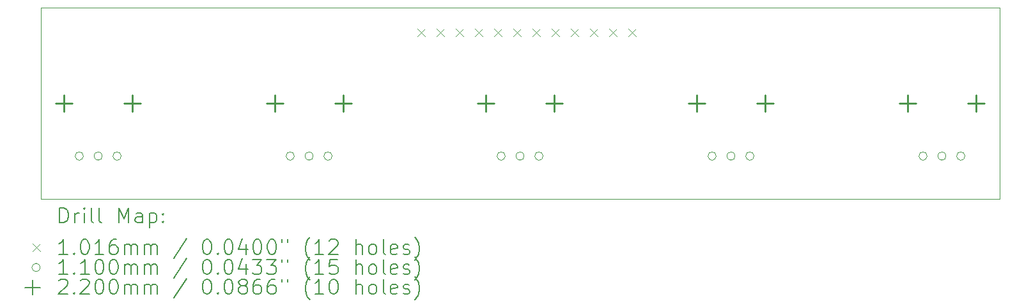
<source format=gbr>
%FSLAX45Y45*%
G04 Gerber Fmt 4.5, Leading zero omitted, Abs format (unit mm)*
G04 Created by KiCad (PCBNEW 6.0.5-a6ca702e91~116~ubuntu22.04.1) date 2022-06-23 13:03:09*
%MOMM*%
%LPD*%
G01*
G04 APERTURE LIST*
%TA.AperFunction,Profile*%
%ADD10C,0.100000*%
%TD*%
%ADD11C,0.200000*%
%ADD12C,0.101600*%
%ADD13C,0.110000*%
%ADD14C,0.220000*%
G04 APERTURE END LIST*
D10*
X11734800Y-8915400D02*
X11734800Y-6375400D01*
X24434800Y-6375400D02*
X24434800Y-8915400D01*
X24434800Y-8915400D02*
X11734800Y-8915400D01*
X11734800Y-6375400D02*
X24434800Y-6375400D01*
D11*
D12*
X16725900Y-6654800D02*
X16827500Y-6756400D01*
X16827500Y-6654800D02*
X16725900Y-6756400D01*
X16979900Y-6654800D02*
X17081500Y-6756400D01*
X17081500Y-6654800D02*
X16979900Y-6756400D01*
X17233900Y-6654800D02*
X17335500Y-6756400D01*
X17335500Y-6654800D02*
X17233900Y-6756400D01*
X17487900Y-6654800D02*
X17589500Y-6756400D01*
X17589500Y-6654800D02*
X17487900Y-6756400D01*
X17741900Y-6654800D02*
X17843500Y-6756400D01*
X17843500Y-6654800D02*
X17741900Y-6756400D01*
X17995900Y-6654800D02*
X18097500Y-6756400D01*
X18097500Y-6654800D02*
X17995900Y-6756400D01*
X18249900Y-6654800D02*
X18351500Y-6756400D01*
X18351500Y-6654800D02*
X18249900Y-6756400D01*
X18503900Y-6654800D02*
X18605500Y-6756400D01*
X18605500Y-6654800D02*
X18503900Y-6756400D01*
X18757900Y-6654800D02*
X18859500Y-6756400D01*
X18859500Y-6654800D02*
X18757900Y-6756400D01*
X19011900Y-6654800D02*
X19113500Y-6756400D01*
X19113500Y-6654800D02*
X19011900Y-6756400D01*
X19265900Y-6654800D02*
X19367500Y-6756400D01*
X19367500Y-6654800D02*
X19265900Y-6756400D01*
X19519900Y-6654800D02*
X19621500Y-6756400D01*
X19621500Y-6654800D02*
X19519900Y-6756400D01*
D13*
X12301800Y-8345400D02*
G75*
G03*
X12301800Y-8345400I-55000J0D01*
G01*
X12551800Y-8345400D02*
G75*
G03*
X12551800Y-8345400I-55000J0D01*
G01*
X12801800Y-8345400D02*
G75*
G03*
X12801800Y-8345400I-55000J0D01*
G01*
X15095800Y-8345400D02*
G75*
G03*
X15095800Y-8345400I-55000J0D01*
G01*
X15345800Y-8345400D02*
G75*
G03*
X15345800Y-8345400I-55000J0D01*
G01*
X15595800Y-8345400D02*
G75*
G03*
X15595800Y-8345400I-55000J0D01*
G01*
X17889800Y-8345400D02*
G75*
G03*
X17889800Y-8345400I-55000J0D01*
G01*
X18139800Y-8345400D02*
G75*
G03*
X18139800Y-8345400I-55000J0D01*
G01*
X18389800Y-8345400D02*
G75*
G03*
X18389800Y-8345400I-55000J0D01*
G01*
X20683800Y-8345400D02*
G75*
G03*
X20683800Y-8345400I-55000J0D01*
G01*
X20933800Y-8345400D02*
G75*
G03*
X20933800Y-8345400I-55000J0D01*
G01*
X21183800Y-8345400D02*
G75*
G03*
X21183800Y-8345400I-55000J0D01*
G01*
X23477800Y-8345400D02*
G75*
G03*
X23477800Y-8345400I-55000J0D01*
G01*
X23727800Y-8345400D02*
G75*
G03*
X23727800Y-8345400I-55000J0D01*
G01*
X23977800Y-8345400D02*
G75*
G03*
X23977800Y-8345400I-55000J0D01*
G01*
D14*
X12046800Y-7535400D02*
X12046800Y-7755400D01*
X11936800Y-7645400D02*
X12156800Y-7645400D01*
X12946800Y-7535400D02*
X12946800Y-7755400D01*
X12836800Y-7645400D02*
X13056800Y-7645400D01*
X14840800Y-7535400D02*
X14840800Y-7755400D01*
X14730800Y-7645400D02*
X14950800Y-7645400D01*
X15740800Y-7535400D02*
X15740800Y-7755400D01*
X15630800Y-7645400D02*
X15850800Y-7645400D01*
X17634800Y-7535400D02*
X17634800Y-7755400D01*
X17524800Y-7645400D02*
X17744800Y-7645400D01*
X18534800Y-7535400D02*
X18534800Y-7755400D01*
X18424800Y-7645400D02*
X18644800Y-7645400D01*
X20428800Y-7535400D02*
X20428800Y-7755400D01*
X20318800Y-7645400D02*
X20538800Y-7645400D01*
X21328800Y-7535400D02*
X21328800Y-7755400D01*
X21218800Y-7645400D02*
X21438800Y-7645400D01*
X23222800Y-7535400D02*
X23222800Y-7755400D01*
X23112800Y-7645400D02*
X23332800Y-7645400D01*
X24122800Y-7535400D02*
X24122800Y-7755400D01*
X24012800Y-7645400D02*
X24232800Y-7645400D01*
D11*
X11987419Y-9230876D02*
X11987419Y-9030876D01*
X12035038Y-9030876D01*
X12063609Y-9040400D01*
X12082657Y-9059448D01*
X12092181Y-9078495D01*
X12101705Y-9116590D01*
X12101705Y-9145162D01*
X12092181Y-9183257D01*
X12082657Y-9202305D01*
X12063609Y-9221352D01*
X12035038Y-9230876D01*
X11987419Y-9230876D01*
X12187419Y-9230876D02*
X12187419Y-9097543D01*
X12187419Y-9135638D02*
X12196943Y-9116590D01*
X12206467Y-9107067D01*
X12225514Y-9097543D01*
X12244562Y-9097543D01*
X12311228Y-9230876D02*
X12311228Y-9097543D01*
X12311228Y-9030876D02*
X12301705Y-9040400D01*
X12311228Y-9049924D01*
X12320752Y-9040400D01*
X12311228Y-9030876D01*
X12311228Y-9049924D01*
X12435038Y-9230876D02*
X12415990Y-9221352D01*
X12406467Y-9202305D01*
X12406467Y-9030876D01*
X12539800Y-9230876D02*
X12520752Y-9221352D01*
X12511228Y-9202305D01*
X12511228Y-9030876D01*
X12768371Y-9230876D02*
X12768371Y-9030876D01*
X12835038Y-9173733D01*
X12901705Y-9030876D01*
X12901705Y-9230876D01*
X13082657Y-9230876D02*
X13082657Y-9126114D01*
X13073133Y-9107067D01*
X13054086Y-9097543D01*
X13015990Y-9097543D01*
X12996943Y-9107067D01*
X13082657Y-9221352D02*
X13063609Y-9230876D01*
X13015990Y-9230876D01*
X12996943Y-9221352D01*
X12987419Y-9202305D01*
X12987419Y-9183257D01*
X12996943Y-9164210D01*
X13015990Y-9154686D01*
X13063609Y-9154686D01*
X13082657Y-9145162D01*
X13177895Y-9097543D02*
X13177895Y-9297543D01*
X13177895Y-9107067D02*
X13196943Y-9097543D01*
X13235038Y-9097543D01*
X13254086Y-9107067D01*
X13263609Y-9116590D01*
X13273133Y-9135638D01*
X13273133Y-9192781D01*
X13263609Y-9211829D01*
X13254086Y-9221352D01*
X13235038Y-9230876D01*
X13196943Y-9230876D01*
X13177895Y-9221352D01*
X13358848Y-9211829D02*
X13368371Y-9221352D01*
X13358848Y-9230876D01*
X13349324Y-9221352D01*
X13358848Y-9211829D01*
X13358848Y-9230876D01*
X13358848Y-9107067D02*
X13368371Y-9116590D01*
X13358848Y-9126114D01*
X13349324Y-9116590D01*
X13358848Y-9107067D01*
X13358848Y-9126114D01*
D12*
X11628200Y-9509600D02*
X11729800Y-9611200D01*
X11729800Y-9509600D02*
X11628200Y-9611200D01*
D11*
X12092181Y-9650876D02*
X11977895Y-9650876D01*
X12035038Y-9650876D02*
X12035038Y-9450876D01*
X12015990Y-9479448D01*
X11996943Y-9498495D01*
X11977895Y-9508019D01*
X12177895Y-9631829D02*
X12187419Y-9641352D01*
X12177895Y-9650876D01*
X12168371Y-9641352D01*
X12177895Y-9631829D01*
X12177895Y-9650876D01*
X12311228Y-9450876D02*
X12330276Y-9450876D01*
X12349324Y-9460400D01*
X12358848Y-9469924D01*
X12368371Y-9488971D01*
X12377895Y-9527067D01*
X12377895Y-9574686D01*
X12368371Y-9612781D01*
X12358848Y-9631829D01*
X12349324Y-9641352D01*
X12330276Y-9650876D01*
X12311228Y-9650876D01*
X12292181Y-9641352D01*
X12282657Y-9631829D01*
X12273133Y-9612781D01*
X12263609Y-9574686D01*
X12263609Y-9527067D01*
X12273133Y-9488971D01*
X12282657Y-9469924D01*
X12292181Y-9460400D01*
X12311228Y-9450876D01*
X12568371Y-9650876D02*
X12454086Y-9650876D01*
X12511228Y-9650876D02*
X12511228Y-9450876D01*
X12492181Y-9479448D01*
X12473133Y-9498495D01*
X12454086Y-9508019D01*
X12739800Y-9450876D02*
X12701705Y-9450876D01*
X12682657Y-9460400D01*
X12673133Y-9469924D01*
X12654086Y-9498495D01*
X12644562Y-9536590D01*
X12644562Y-9612781D01*
X12654086Y-9631829D01*
X12663609Y-9641352D01*
X12682657Y-9650876D01*
X12720752Y-9650876D01*
X12739800Y-9641352D01*
X12749324Y-9631829D01*
X12758848Y-9612781D01*
X12758848Y-9565162D01*
X12749324Y-9546114D01*
X12739800Y-9536590D01*
X12720752Y-9527067D01*
X12682657Y-9527067D01*
X12663609Y-9536590D01*
X12654086Y-9546114D01*
X12644562Y-9565162D01*
X12844562Y-9650876D02*
X12844562Y-9517543D01*
X12844562Y-9536590D02*
X12854086Y-9527067D01*
X12873133Y-9517543D01*
X12901705Y-9517543D01*
X12920752Y-9527067D01*
X12930276Y-9546114D01*
X12930276Y-9650876D01*
X12930276Y-9546114D02*
X12939800Y-9527067D01*
X12958848Y-9517543D01*
X12987419Y-9517543D01*
X13006467Y-9527067D01*
X13015990Y-9546114D01*
X13015990Y-9650876D01*
X13111228Y-9650876D02*
X13111228Y-9517543D01*
X13111228Y-9536590D02*
X13120752Y-9527067D01*
X13139800Y-9517543D01*
X13168371Y-9517543D01*
X13187419Y-9527067D01*
X13196943Y-9546114D01*
X13196943Y-9650876D01*
X13196943Y-9546114D02*
X13206467Y-9527067D01*
X13225514Y-9517543D01*
X13254086Y-9517543D01*
X13273133Y-9527067D01*
X13282657Y-9546114D01*
X13282657Y-9650876D01*
X13673133Y-9441352D02*
X13501705Y-9698495D01*
X13930276Y-9450876D02*
X13949324Y-9450876D01*
X13968371Y-9460400D01*
X13977895Y-9469924D01*
X13987419Y-9488971D01*
X13996943Y-9527067D01*
X13996943Y-9574686D01*
X13987419Y-9612781D01*
X13977895Y-9631829D01*
X13968371Y-9641352D01*
X13949324Y-9650876D01*
X13930276Y-9650876D01*
X13911228Y-9641352D01*
X13901705Y-9631829D01*
X13892181Y-9612781D01*
X13882657Y-9574686D01*
X13882657Y-9527067D01*
X13892181Y-9488971D01*
X13901705Y-9469924D01*
X13911228Y-9460400D01*
X13930276Y-9450876D01*
X14082657Y-9631829D02*
X14092181Y-9641352D01*
X14082657Y-9650876D01*
X14073133Y-9641352D01*
X14082657Y-9631829D01*
X14082657Y-9650876D01*
X14215990Y-9450876D02*
X14235038Y-9450876D01*
X14254086Y-9460400D01*
X14263609Y-9469924D01*
X14273133Y-9488971D01*
X14282657Y-9527067D01*
X14282657Y-9574686D01*
X14273133Y-9612781D01*
X14263609Y-9631829D01*
X14254086Y-9641352D01*
X14235038Y-9650876D01*
X14215990Y-9650876D01*
X14196943Y-9641352D01*
X14187419Y-9631829D01*
X14177895Y-9612781D01*
X14168371Y-9574686D01*
X14168371Y-9527067D01*
X14177895Y-9488971D01*
X14187419Y-9469924D01*
X14196943Y-9460400D01*
X14215990Y-9450876D01*
X14454086Y-9517543D02*
X14454086Y-9650876D01*
X14406467Y-9441352D02*
X14358848Y-9584210D01*
X14482657Y-9584210D01*
X14596943Y-9450876D02*
X14615990Y-9450876D01*
X14635038Y-9460400D01*
X14644562Y-9469924D01*
X14654086Y-9488971D01*
X14663609Y-9527067D01*
X14663609Y-9574686D01*
X14654086Y-9612781D01*
X14644562Y-9631829D01*
X14635038Y-9641352D01*
X14615990Y-9650876D01*
X14596943Y-9650876D01*
X14577895Y-9641352D01*
X14568371Y-9631829D01*
X14558848Y-9612781D01*
X14549324Y-9574686D01*
X14549324Y-9527067D01*
X14558848Y-9488971D01*
X14568371Y-9469924D01*
X14577895Y-9460400D01*
X14596943Y-9450876D01*
X14787419Y-9450876D02*
X14806467Y-9450876D01*
X14825514Y-9460400D01*
X14835038Y-9469924D01*
X14844562Y-9488971D01*
X14854086Y-9527067D01*
X14854086Y-9574686D01*
X14844562Y-9612781D01*
X14835038Y-9631829D01*
X14825514Y-9641352D01*
X14806467Y-9650876D01*
X14787419Y-9650876D01*
X14768371Y-9641352D01*
X14758848Y-9631829D01*
X14749324Y-9612781D01*
X14739800Y-9574686D01*
X14739800Y-9527067D01*
X14749324Y-9488971D01*
X14758848Y-9469924D01*
X14768371Y-9460400D01*
X14787419Y-9450876D01*
X14930276Y-9450876D02*
X14930276Y-9488971D01*
X15006467Y-9450876D02*
X15006467Y-9488971D01*
X15301705Y-9727067D02*
X15292181Y-9717543D01*
X15273133Y-9688971D01*
X15263609Y-9669924D01*
X15254086Y-9641352D01*
X15244562Y-9593733D01*
X15244562Y-9555638D01*
X15254086Y-9508019D01*
X15263609Y-9479448D01*
X15273133Y-9460400D01*
X15292181Y-9431829D01*
X15301705Y-9422305D01*
X15482657Y-9650876D02*
X15368371Y-9650876D01*
X15425514Y-9650876D02*
X15425514Y-9450876D01*
X15406467Y-9479448D01*
X15387419Y-9498495D01*
X15368371Y-9508019D01*
X15558848Y-9469924D02*
X15568371Y-9460400D01*
X15587419Y-9450876D01*
X15635038Y-9450876D01*
X15654086Y-9460400D01*
X15663609Y-9469924D01*
X15673133Y-9488971D01*
X15673133Y-9508019D01*
X15663609Y-9536590D01*
X15549324Y-9650876D01*
X15673133Y-9650876D01*
X15911228Y-9650876D02*
X15911228Y-9450876D01*
X15996943Y-9650876D02*
X15996943Y-9546114D01*
X15987419Y-9527067D01*
X15968371Y-9517543D01*
X15939800Y-9517543D01*
X15920752Y-9527067D01*
X15911228Y-9536590D01*
X16120752Y-9650876D02*
X16101705Y-9641352D01*
X16092181Y-9631829D01*
X16082657Y-9612781D01*
X16082657Y-9555638D01*
X16092181Y-9536590D01*
X16101705Y-9527067D01*
X16120752Y-9517543D01*
X16149324Y-9517543D01*
X16168371Y-9527067D01*
X16177895Y-9536590D01*
X16187419Y-9555638D01*
X16187419Y-9612781D01*
X16177895Y-9631829D01*
X16168371Y-9641352D01*
X16149324Y-9650876D01*
X16120752Y-9650876D01*
X16301705Y-9650876D02*
X16282657Y-9641352D01*
X16273133Y-9622305D01*
X16273133Y-9450876D01*
X16454086Y-9641352D02*
X16435038Y-9650876D01*
X16396943Y-9650876D01*
X16377895Y-9641352D01*
X16368371Y-9622305D01*
X16368371Y-9546114D01*
X16377895Y-9527067D01*
X16396943Y-9517543D01*
X16435038Y-9517543D01*
X16454086Y-9527067D01*
X16463609Y-9546114D01*
X16463609Y-9565162D01*
X16368371Y-9584210D01*
X16539800Y-9641352D02*
X16558848Y-9650876D01*
X16596943Y-9650876D01*
X16615990Y-9641352D01*
X16625514Y-9622305D01*
X16625514Y-9612781D01*
X16615990Y-9593733D01*
X16596943Y-9584210D01*
X16568371Y-9584210D01*
X16549324Y-9574686D01*
X16539800Y-9555638D01*
X16539800Y-9546114D01*
X16549324Y-9527067D01*
X16568371Y-9517543D01*
X16596943Y-9517543D01*
X16615990Y-9527067D01*
X16692181Y-9727067D02*
X16701705Y-9717543D01*
X16720752Y-9688971D01*
X16730276Y-9669924D01*
X16739800Y-9641352D01*
X16749324Y-9593733D01*
X16749324Y-9555638D01*
X16739800Y-9508019D01*
X16730276Y-9479448D01*
X16720752Y-9460400D01*
X16701705Y-9431829D01*
X16692181Y-9422305D01*
D13*
X11729800Y-9824400D02*
G75*
G03*
X11729800Y-9824400I-55000J0D01*
G01*
D11*
X12092181Y-9914876D02*
X11977895Y-9914876D01*
X12035038Y-9914876D02*
X12035038Y-9714876D01*
X12015990Y-9743448D01*
X11996943Y-9762495D01*
X11977895Y-9772019D01*
X12177895Y-9895829D02*
X12187419Y-9905352D01*
X12177895Y-9914876D01*
X12168371Y-9905352D01*
X12177895Y-9895829D01*
X12177895Y-9914876D01*
X12377895Y-9914876D02*
X12263609Y-9914876D01*
X12320752Y-9914876D02*
X12320752Y-9714876D01*
X12301705Y-9743448D01*
X12282657Y-9762495D01*
X12263609Y-9772019D01*
X12501705Y-9714876D02*
X12520752Y-9714876D01*
X12539800Y-9724400D01*
X12549324Y-9733924D01*
X12558848Y-9752971D01*
X12568371Y-9791067D01*
X12568371Y-9838686D01*
X12558848Y-9876781D01*
X12549324Y-9895829D01*
X12539800Y-9905352D01*
X12520752Y-9914876D01*
X12501705Y-9914876D01*
X12482657Y-9905352D01*
X12473133Y-9895829D01*
X12463609Y-9876781D01*
X12454086Y-9838686D01*
X12454086Y-9791067D01*
X12463609Y-9752971D01*
X12473133Y-9733924D01*
X12482657Y-9724400D01*
X12501705Y-9714876D01*
X12692181Y-9714876D02*
X12711228Y-9714876D01*
X12730276Y-9724400D01*
X12739800Y-9733924D01*
X12749324Y-9752971D01*
X12758848Y-9791067D01*
X12758848Y-9838686D01*
X12749324Y-9876781D01*
X12739800Y-9895829D01*
X12730276Y-9905352D01*
X12711228Y-9914876D01*
X12692181Y-9914876D01*
X12673133Y-9905352D01*
X12663609Y-9895829D01*
X12654086Y-9876781D01*
X12644562Y-9838686D01*
X12644562Y-9791067D01*
X12654086Y-9752971D01*
X12663609Y-9733924D01*
X12673133Y-9724400D01*
X12692181Y-9714876D01*
X12844562Y-9914876D02*
X12844562Y-9781543D01*
X12844562Y-9800590D02*
X12854086Y-9791067D01*
X12873133Y-9781543D01*
X12901705Y-9781543D01*
X12920752Y-9791067D01*
X12930276Y-9810114D01*
X12930276Y-9914876D01*
X12930276Y-9810114D02*
X12939800Y-9791067D01*
X12958848Y-9781543D01*
X12987419Y-9781543D01*
X13006467Y-9791067D01*
X13015990Y-9810114D01*
X13015990Y-9914876D01*
X13111228Y-9914876D02*
X13111228Y-9781543D01*
X13111228Y-9800590D02*
X13120752Y-9791067D01*
X13139800Y-9781543D01*
X13168371Y-9781543D01*
X13187419Y-9791067D01*
X13196943Y-9810114D01*
X13196943Y-9914876D01*
X13196943Y-9810114D02*
X13206467Y-9791067D01*
X13225514Y-9781543D01*
X13254086Y-9781543D01*
X13273133Y-9791067D01*
X13282657Y-9810114D01*
X13282657Y-9914876D01*
X13673133Y-9705352D02*
X13501705Y-9962495D01*
X13930276Y-9714876D02*
X13949324Y-9714876D01*
X13968371Y-9724400D01*
X13977895Y-9733924D01*
X13987419Y-9752971D01*
X13996943Y-9791067D01*
X13996943Y-9838686D01*
X13987419Y-9876781D01*
X13977895Y-9895829D01*
X13968371Y-9905352D01*
X13949324Y-9914876D01*
X13930276Y-9914876D01*
X13911228Y-9905352D01*
X13901705Y-9895829D01*
X13892181Y-9876781D01*
X13882657Y-9838686D01*
X13882657Y-9791067D01*
X13892181Y-9752971D01*
X13901705Y-9733924D01*
X13911228Y-9724400D01*
X13930276Y-9714876D01*
X14082657Y-9895829D02*
X14092181Y-9905352D01*
X14082657Y-9914876D01*
X14073133Y-9905352D01*
X14082657Y-9895829D01*
X14082657Y-9914876D01*
X14215990Y-9714876D02*
X14235038Y-9714876D01*
X14254086Y-9724400D01*
X14263609Y-9733924D01*
X14273133Y-9752971D01*
X14282657Y-9791067D01*
X14282657Y-9838686D01*
X14273133Y-9876781D01*
X14263609Y-9895829D01*
X14254086Y-9905352D01*
X14235038Y-9914876D01*
X14215990Y-9914876D01*
X14196943Y-9905352D01*
X14187419Y-9895829D01*
X14177895Y-9876781D01*
X14168371Y-9838686D01*
X14168371Y-9791067D01*
X14177895Y-9752971D01*
X14187419Y-9733924D01*
X14196943Y-9724400D01*
X14215990Y-9714876D01*
X14454086Y-9781543D02*
X14454086Y-9914876D01*
X14406467Y-9705352D02*
X14358848Y-9848210D01*
X14482657Y-9848210D01*
X14539800Y-9714876D02*
X14663609Y-9714876D01*
X14596943Y-9791067D01*
X14625514Y-9791067D01*
X14644562Y-9800590D01*
X14654086Y-9810114D01*
X14663609Y-9829162D01*
X14663609Y-9876781D01*
X14654086Y-9895829D01*
X14644562Y-9905352D01*
X14625514Y-9914876D01*
X14568371Y-9914876D01*
X14549324Y-9905352D01*
X14539800Y-9895829D01*
X14730276Y-9714876D02*
X14854086Y-9714876D01*
X14787419Y-9791067D01*
X14815990Y-9791067D01*
X14835038Y-9800590D01*
X14844562Y-9810114D01*
X14854086Y-9829162D01*
X14854086Y-9876781D01*
X14844562Y-9895829D01*
X14835038Y-9905352D01*
X14815990Y-9914876D01*
X14758848Y-9914876D01*
X14739800Y-9905352D01*
X14730276Y-9895829D01*
X14930276Y-9714876D02*
X14930276Y-9752971D01*
X15006467Y-9714876D02*
X15006467Y-9752971D01*
X15301705Y-9991067D02*
X15292181Y-9981543D01*
X15273133Y-9952971D01*
X15263609Y-9933924D01*
X15254086Y-9905352D01*
X15244562Y-9857733D01*
X15244562Y-9819638D01*
X15254086Y-9772019D01*
X15263609Y-9743448D01*
X15273133Y-9724400D01*
X15292181Y-9695829D01*
X15301705Y-9686305D01*
X15482657Y-9914876D02*
X15368371Y-9914876D01*
X15425514Y-9914876D02*
X15425514Y-9714876D01*
X15406467Y-9743448D01*
X15387419Y-9762495D01*
X15368371Y-9772019D01*
X15663609Y-9714876D02*
X15568371Y-9714876D01*
X15558848Y-9810114D01*
X15568371Y-9800590D01*
X15587419Y-9791067D01*
X15635038Y-9791067D01*
X15654086Y-9800590D01*
X15663609Y-9810114D01*
X15673133Y-9829162D01*
X15673133Y-9876781D01*
X15663609Y-9895829D01*
X15654086Y-9905352D01*
X15635038Y-9914876D01*
X15587419Y-9914876D01*
X15568371Y-9905352D01*
X15558848Y-9895829D01*
X15911228Y-9914876D02*
X15911228Y-9714876D01*
X15996943Y-9914876D02*
X15996943Y-9810114D01*
X15987419Y-9791067D01*
X15968371Y-9781543D01*
X15939800Y-9781543D01*
X15920752Y-9791067D01*
X15911228Y-9800590D01*
X16120752Y-9914876D02*
X16101705Y-9905352D01*
X16092181Y-9895829D01*
X16082657Y-9876781D01*
X16082657Y-9819638D01*
X16092181Y-9800590D01*
X16101705Y-9791067D01*
X16120752Y-9781543D01*
X16149324Y-9781543D01*
X16168371Y-9791067D01*
X16177895Y-9800590D01*
X16187419Y-9819638D01*
X16187419Y-9876781D01*
X16177895Y-9895829D01*
X16168371Y-9905352D01*
X16149324Y-9914876D01*
X16120752Y-9914876D01*
X16301705Y-9914876D02*
X16282657Y-9905352D01*
X16273133Y-9886305D01*
X16273133Y-9714876D01*
X16454086Y-9905352D02*
X16435038Y-9914876D01*
X16396943Y-9914876D01*
X16377895Y-9905352D01*
X16368371Y-9886305D01*
X16368371Y-9810114D01*
X16377895Y-9791067D01*
X16396943Y-9781543D01*
X16435038Y-9781543D01*
X16454086Y-9791067D01*
X16463609Y-9810114D01*
X16463609Y-9829162D01*
X16368371Y-9848210D01*
X16539800Y-9905352D02*
X16558848Y-9914876D01*
X16596943Y-9914876D01*
X16615990Y-9905352D01*
X16625514Y-9886305D01*
X16625514Y-9876781D01*
X16615990Y-9857733D01*
X16596943Y-9848210D01*
X16568371Y-9848210D01*
X16549324Y-9838686D01*
X16539800Y-9819638D01*
X16539800Y-9810114D01*
X16549324Y-9791067D01*
X16568371Y-9781543D01*
X16596943Y-9781543D01*
X16615990Y-9791067D01*
X16692181Y-9991067D02*
X16701705Y-9981543D01*
X16720752Y-9952971D01*
X16730276Y-9933924D01*
X16739800Y-9905352D01*
X16749324Y-9857733D01*
X16749324Y-9819638D01*
X16739800Y-9772019D01*
X16730276Y-9743448D01*
X16720752Y-9724400D01*
X16701705Y-9695829D01*
X16692181Y-9686305D01*
X11629800Y-9988400D02*
X11629800Y-10188400D01*
X11529800Y-10088400D02*
X11729800Y-10088400D01*
X11977895Y-9997924D02*
X11987419Y-9988400D01*
X12006467Y-9978876D01*
X12054086Y-9978876D01*
X12073133Y-9988400D01*
X12082657Y-9997924D01*
X12092181Y-10016971D01*
X12092181Y-10036019D01*
X12082657Y-10064590D01*
X11968371Y-10178876D01*
X12092181Y-10178876D01*
X12177895Y-10159829D02*
X12187419Y-10169352D01*
X12177895Y-10178876D01*
X12168371Y-10169352D01*
X12177895Y-10159829D01*
X12177895Y-10178876D01*
X12263609Y-9997924D02*
X12273133Y-9988400D01*
X12292181Y-9978876D01*
X12339800Y-9978876D01*
X12358848Y-9988400D01*
X12368371Y-9997924D01*
X12377895Y-10016971D01*
X12377895Y-10036019D01*
X12368371Y-10064590D01*
X12254086Y-10178876D01*
X12377895Y-10178876D01*
X12501705Y-9978876D02*
X12520752Y-9978876D01*
X12539800Y-9988400D01*
X12549324Y-9997924D01*
X12558848Y-10016971D01*
X12568371Y-10055067D01*
X12568371Y-10102686D01*
X12558848Y-10140781D01*
X12549324Y-10159829D01*
X12539800Y-10169352D01*
X12520752Y-10178876D01*
X12501705Y-10178876D01*
X12482657Y-10169352D01*
X12473133Y-10159829D01*
X12463609Y-10140781D01*
X12454086Y-10102686D01*
X12454086Y-10055067D01*
X12463609Y-10016971D01*
X12473133Y-9997924D01*
X12482657Y-9988400D01*
X12501705Y-9978876D01*
X12692181Y-9978876D02*
X12711228Y-9978876D01*
X12730276Y-9988400D01*
X12739800Y-9997924D01*
X12749324Y-10016971D01*
X12758848Y-10055067D01*
X12758848Y-10102686D01*
X12749324Y-10140781D01*
X12739800Y-10159829D01*
X12730276Y-10169352D01*
X12711228Y-10178876D01*
X12692181Y-10178876D01*
X12673133Y-10169352D01*
X12663609Y-10159829D01*
X12654086Y-10140781D01*
X12644562Y-10102686D01*
X12644562Y-10055067D01*
X12654086Y-10016971D01*
X12663609Y-9997924D01*
X12673133Y-9988400D01*
X12692181Y-9978876D01*
X12844562Y-10178876D02*
X12844562Y-10045543D01*
X12844562Y-10064590D02*
X12854086Y-10055067D01*
X12873133Y-10045543D01*
X12901705Y-10045543D01*
X12920752Y-10055067D01*
X12930276Y-10074114D01*
X12930276Y-10178876D01*
X12930276Y-10074114D02*
X12939800Y-10055067D01*
X12958848Y-10045543D01*
X12987419Y-10045543D01*
X13006467Y-10055067D01*
X13015990Y-10074114D01*
X13015990Y-10178876D01*
X13111228Y-10178876D02*
X13111228Y-10045543D01*
X13111228Y-10064590D02*
X13120752Y-10055067D01*
X13139800Y-10045543D01*
X13168371Y-10045543D01*
X13187419Y-10055067D01*
X13196943Y-10074114D01*
X13196943Y-10178876D01*
X13196943Y-10074114D02*
X13206467Y-10055067D01*
X13225514Y-10045543D01*
X13254086Y-10045543D01*
X13273133Y-10055067D01*
X13282657Y-10074114D01*
X13282657Y-10178876D01*
X13673133Y-9969352D02*
X13501705Y-10226495D01*
X13930276Y-9978876D02*
X13949324Y-9978876D01*
X13968371Y-9988400D01*
X13977895Y-9997924D01*
X13987419Y-10016971D01*
X13996943Y-10055067D01*
X13996943Y-10102686D01*
X13987419Y-10140781D01*
X13977895Y-10159829D01*
X13968371Y-10169352D01*
X13949324Y-10178876D01*
X13930276Y-10178876D01*
X13911228Y-10169352D01*
X13901705Y-10159829D01*
X13892181Y-10140781D01*
X13882657Y-10102686D01*
X13882657Y-10055067D01*
X13892181Y-10016971D01*
X13901705Y-9997924D01*
X13911228Y-9988400D01*
X13930276Y-9978876D01*
X14082657Y-10159829D02*
X14092181Y-10169352D01*
X14082657Y-10178876D01*
X14073133Y-10169352D01*
X14082657Y-10159829D01*
X14082657Y-10178876D01*
X14215990Y-9978876D02*
X14235038Y-9978876D01*
X14254086Y-9988400D01*
X14263609Y-9997924D01*
X14273133Y-10016971D01*
X14282657Y-10055067D01*
X14282657Y-10102686D01*
X14273133Y-10140781D01*
X14263609Y-10159829D01*
X14254086Y-10169352D01*
X14235038Y-10178876D01*
X14215990Y-10178876D01*
X14196943Y-10169352D01*
X14187419Y-10159829D01*
X14177895Y-10140781D01*
X14168371Y-10102686D01*
X14168371Y-10055067D01*
X14177895Y-10016971D01*
X14187419Y-9997924D01*
X14196943Y-9988400D01*
X14215990Y-9978876D01*
X14396943Y-10064590D02*
X14377895Y-10055067D01*
X14368371Y-10045543D01*
X14358848Y-10026495D01*
X14358848Y-10016971D01*
X14368371Y-9997924D01*
X14377895Y-9988400D01*
X14396943Y-9978876D01*
X14435038Y-9978876D01*
X14454086Y-9988400D01*
X14463609Y-9997924D01*
X14473133Y-10016971D01*
X14473133Y-10026495D01*
X14463609Y-10045543D01*
X14454086Y-10055067D01*
X14435038Y-10064590D01*
X14396943Y-10064590D01*
X14377895Y-10074114D01*
X14368371Y-10083638D01*
X14358848Y-10102686D01*
X14358848Y-10140781D01*
X14368371Y-10159829D01*
X14377895Y-10169352D01*
X14396943Y-10178876D01*
X14435038Y-10178876D01*
X14454086Y-10169352D01*
X14463609Y-10159829D01*
X14473133Y-10140781D01*
X14473133Y-10102686D01*
X14463609Y-10083638D01*
X14454086Y-10074114D01*
X14435038Y-10064590D01*
X14644562Y-9978876D02*
X14606467Y-9978876D01*
X14587419Y-9988400D01*
X14577895Y-9997924D01*
X14558848Y-10026495D01*
X14549324Y-10064590D01*
X14549324Y-10140781D01*
X14558848Y-10159829D01*
X14568371Y-10169352D01*
X14587419Y-10178876D01*
X14625514Y-10178876D01*
X14644562Y-10169352D01*
X14654086Y-10159829D01*
X14663609Y-10140781D01*
X14663609Y-10093162D01*
X14654086Y-10074114D01*
X14644562Y-10064590D01*
X14625514Y-10055067D01*
X14587419Y-10055067D01*
X14568371Y-10064590D01*
X14558848Y-10074114D01*
X14549324Y-10093162D01*
X14835038Y-9978876D02*
X14796943Y-9978876D01*
X14777895Y-9988400D01*
X14768371Y-9997924D01*
X14749324Y-10026495D01*
X14739800Y-10064590D01*
X14739800Y-10140781D01*
X14749324Y-10159829D01*
X14758848Y-10169352D01*
X14777895Y-10178876D01*
X14815990Y-10178876D01*
X14835038Y-10169352D01*
X14844562Y-10159829D01*
X14854086Y-10140781D01*
X14854086Y-10093162D01*
X14844562Y-10074114D01*
X14835038Y-10064590D01*
X14815990Y-10055067D01*
X14777895Y-10055067D01*
X14758848Y-10064590D01*
X14749324Y-10074114D01*
X14739800Y-10093162D01*
X14930276Y-9978876D02*
X14930276Y-10016971D01*
X15006467Y-9978876D02*
X15006467Y-10016971D01*
X15301705Y-10255067D02*
X15292181Y-10245543D01*
X15273133Y-10216971D01*
X15263609Y-10197924D01*
X15254086Y-10169352D01*
X15244562Y-10121733D01*
X15244562Y-10083638D01*
X15254086Y-10036019D01*
X15263609Y-10007448D01*
X15273133Y-9988400D01*
X15292181Y-9959829D01*
X15301705Y-9950305D01*
X15482657Y-10178876D02*
X15368371Y-10178876D01*
X15425514Y-10178876D02*
X15425514Y-9978876D01*
X15406467Y-10007448D01*
X15387419Y-10026495D01*
X15368371Y-10036019D01*
X15606467Y-9978876D02*
X15625514Y-9978876D01*
X15644562Y-9988400D01*
X15654086Y-9997924D01*
X15663609Y-10016971D01*
X15673133Y-10055067D01*
X15673133Y-10102686D01*
X15663609Y-10140781D01*
X15654086Y-10159829D01*
X15644562Y-10169352D01*
X15625514Y-10178876D01*
X15606467Y-10178876D01*
X15587419Y-10169352D01*
X15577895Y-10159829D01*
X15568371Y-10140781D01*
X15558848Y-10102686D01*
X15558848Y-10055067D01*
X15568371Y-10016971D01*
X15577895Y-9997924D01*
X15587419Y-9988400D01*
X15606467Y-9978876D01*
X15911228Y-10178876D02*
X15911228Y-9978876D01*
X15996943Y-10178876D02*
X15996943Y-10074114D01*
X15987419Y-10055067D01*
X15968371Y-10045543D01*
X15939800Y-10045543D01*
X15920752Y-10055067D01*
X15911228Y-10064590D01*
X16120752Y-10178876D02*
X16101705Y-10169352D01*
X16092181Y-10159829D01*
X16082657Y-10140781D01*
X16082657Y-10083638D01*
X16092181Y-10064590D01*
X16101705Y-10055067D01*
X16120752Y-10045543D01*
X16149324Y-10045543D01*
X16168371Y-10055067D01*
X16177895Y-10064590D01*
X16187419Y-10083638D01*
X16187419Y-10140781D01*
X16177895Y-10159829D01*
X16168371Y-10169352D01*
X16149324Y-10178876D01*
X16120752Y-10178876D01*
X16301705Y-10178876D02*
X16282657Y-10169352D01*
X16273133Y-10150305D01*
X16273133Y-9978876D01*
X16454086Y-10169352D02*
X16435038Y-10178876D01*
X16396943Y-10178876D01*
X16377895Y-10169352D01*
X16368371Y-10150305D01*
X16368371Y-10074114D01*
X16377895Y-10055067D01*
X16396943Y-10045543D01*
X16435038Y-10045543D01*
X16454086Y-10055067D01*
X16463609Y-10074114D01*
X16463609Y-10093162D01*
X16368371Y-10112210D01*
X16539800Y-10169352D02*
X16558848Y-10178876D01*
X16596943Y-10178876D01*
X16615990Y-10169352D01*
X16625514Y-10150305D01*
X16625514Y-10140781D01*
X16615990Y-10121733D01*
X16596943Y-10112210D01*
X16568371Y-10112210D01*
X16549324Y-10102686D01*
X16539800Y-10083638D01*
X16539800Y-10074114D01*
X16549324Y-10055067D01*
X16568371Y-10045543D01*
X16596943Y-10045543D01*
X16615990Y-10055067D01*
X16692181Y-10255067D02*
X16701705Y-10245543D01*
X16720752Y-10216971D01*
X16730276Y-10197924D01*
X16739800Y-10169352D01*
X16749324Y-10121733D01*
X16749324Y-10083638D01*
X16739800Y-10036019D01*
X16730276Y-10007448D01*
X16720752Y-9988400D01*
X16701705Y-9959829D01*
X16692181Y-9950305D01*
M02*

</source>
